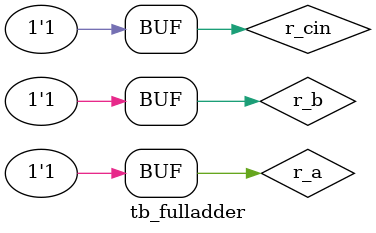
<source format=v>
`timescale 1ns / 1ps

module tb_fulladder( );
    reg r_a, r_b, r_cin;
    wire w_sum, w_carry_out;

full_adder u_full_adder(
    .a(r_a),
    .b(r_b),
    .cin(r_cin),
    .sum(w_sum),
    .carry_out(w_carry_out)
   
);
initial begin
    #00 r_a=0;r_b=0; r_cin=0;
    #10 r_a=0;r_b=0; r_cin=1;
    #10 r_a=0;r_b=1; r_cin=0;
    #10 r_a=0;r_b=1; r_cin=1;
    #10 r_a=1;r_b=0; r_cin=0;
    #10 r_a=1;r_b=0; r_cin=1;
    #10 r_a=1;r_b=1; r_cin=0;
    #10 r_a=1;r_b=1; r_cin=1;
end
endmodule

</source>
